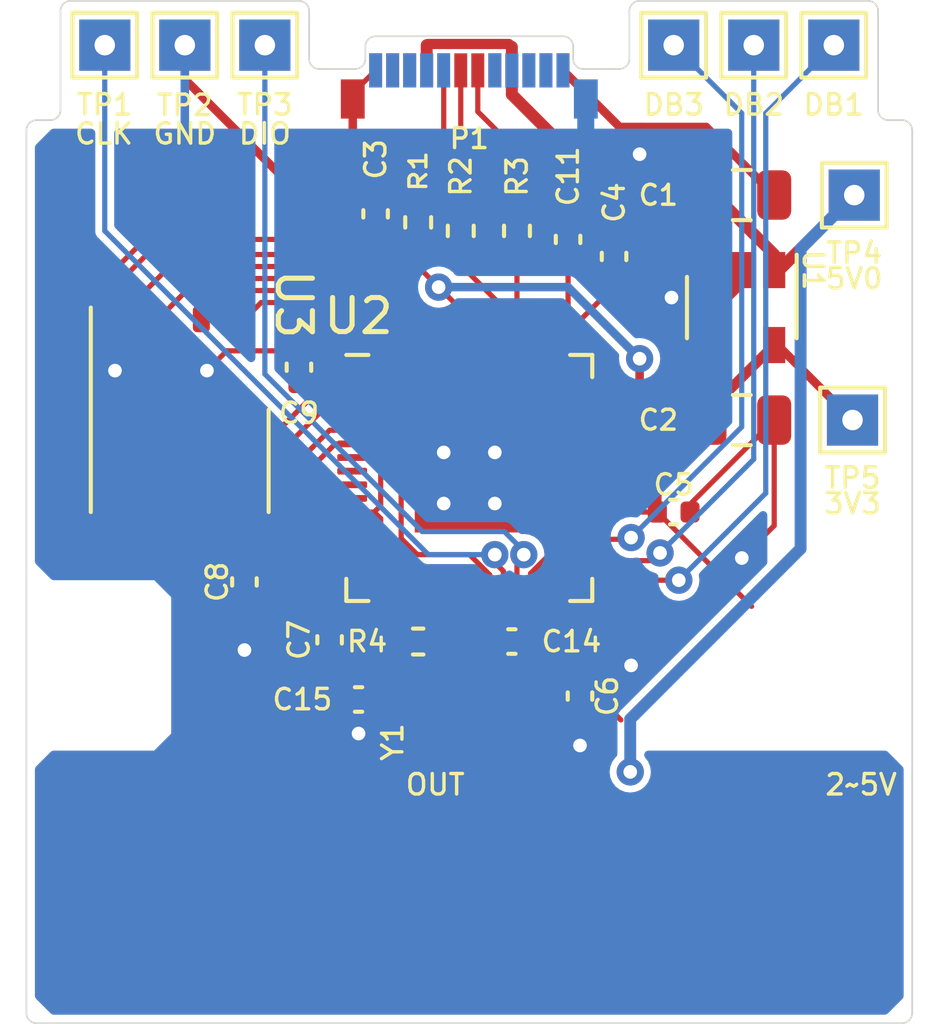
<source format=kicad_pcb>
(kicad_pcb (version 20221018) (generator pcbnew)
  (title_block (title "Expansion Card Template") (date "2022-12-28") (rev "1.0.0") (comment 1 "This work is licensed under a Creative Commons Attribution 4.0 International License") (comment 4 "Kris Keillor"))
  (layers (0 "F.Cu" signal) (31 "B.Cu" signal) (34 "B.Paste" user) (35 "F.Paste" user) (36 "B.SilkS" user "B.Silkscreen") (37 "F.SilkS" user "F.Silkscreen") (38 "B.Mask" user) (39 "F.Mask" user) (44 "Edge.Cuts" user))
  (net 0 "")
  (net 1 "GND")
  (net 2 "+3V3")
  (net 3 "VBUS")
  (net 4 "Net-(P1-CC)")
  (net 5 "+1V1")
  (net 6 "/YI")
  (net 7 "/YO")
  (net 8 "/LED1")
  (net 9 "/DEBUG1")
  (net 10 "/DEBUG2")
  (net 11 "/DEBUG3")
  (net 13 "/XI")
  (net 24 "unconnected-(U2-GPIO12-Pad15)")
  (net 28 "unconnected-(U2-GPIO16-Pad27)")
  (net 29 "unconnected-(U2-GPIO17-Pad28)")
  (net 36 "/MEM_D3")
  (net 37 "/MEM_CLK")
  (net 38 "/MEM_D0")
  (net 39 "/MEM_D2")
  (net 40 "/MEM_D1")
  (net 41 "/MEM_CS_N")
  (net 42 "/SWCLK_OUT")
  (net 43 "/SWDIO_OUT")
  (net 44 "/SWCLK_IN")
  (net 45 "/SWDIO_IN")
  (net 46 "/USB_P")
  (net 47 "/USB_N")
  (net 48 "/USB_D_N")
  (net 49 "/USB_D_P")
  (footprint "Package_TO_SOT_SMD:SOT-23-5" (layer "F.Cu") (at 148 136 -90)
    (fp_text reference "U1" (at -1.1 -2.1 -90 unlocked) (layer "F.SilkS") (effects (font (size 0.5842 0.5842) (thickness 0.1016))))
    (fp_text value "AP2112K-3.3" hide)
    (pad "1" smd rect (at -1.1 -0.95 270) (size 1.06 0.65) (layers "F.Cu" "F.Paste" "F.Mask") (net 3 "VBUS"))
    (pad "2" smd rect (at -1.1 0 270) (size 1.06 0.65) (layers "F.Cu" "F.Paste" "F.Mask") (net 1 "GND"))
    (pad "3" smd rect (at -1.1 0.95 270) (size 1.06 0.65) (layers "F.Cu" "F.Paste" "F.Mask") (net 3 "VBUS"))
    (pad "4" smd rect (at 1.1 0.95 270) (size 1.06 0.65) (layers "F.Cu" "F.Paste" "F.Mask"))
    (pad "5" smd rect (at 1.1 -0.95 270) (size 1.06 0.65) (layers "F.Cu" "F.Paste" "F.Mask") (net 2 "+3V3"))
  )
  (footprint "Capacitor_SMD:C_0805_2012Metric" (layer "F.Cu") (at 148 132.698)
    (fp_text reference "C1" (at -2.45 0.004) (layer "F.SilkS") (effects (font (size 0.5842 0.5842) (thickness 0.1016))))
    (fp_text value "10uF" hide)
    (pad "1" smd roundrect (at -0.95 0) (size 1 1.45) (layers "F.Cu" "F.Paste" "F.Mask") (net 3 "VBUS"))
    (pad "2" smd roundrect (at 0.95 0) (size 1 1.45) (layers "F.Cu" "F.Paste" "F.Mask") (net 1 "GND"))
  )
  (footprint "Resistor_SMD:R_0402_1005Metric" (layer "F.Cu") (at 138.5 133.5 -90)
    (fp_text reference "R1" (at -1.5 0 -90) (layer "F.SilkS") (effects (font (size 0.5 0.6) (thickness 0.1))))
    (fp_text value "5.1k" hide)
    (pad "1" smd roundrect (at -0.51 0 270) (size 0.54 0.64) (layers "F.Cu" "F.Paste" "F.Mask") (net 4 "Net-(P1-CC)"))
    (pad "2" smd roundrect (at 0.51 0 270) (size 0.54 0.64) (layers "F.Cu" "F.Paste" "F.Mask") (net 1 "GND"))
  )
  (footprint "Expansion_Card:USB_C_Plug_Molex_105444" (layer "F.Cu") (at 140 129)
    (fp_text reference "P1" (at 0 2.04) (layer "F.SilkS") (effects (font (size 0.5842 0.5842) (thickness 0.1016))))
    (fp_text value "USB_C_Plug_USB2.0" hide)
    (fp_line (start -3.35 0) (end -4.3 0) (stroke (width 0.05)) (layer "Edge.Cuts"))
    (fp_line (start -3.05 -0.66) (end -3.05 -0.3) (stroke (width 0.05)) (layer "Edge.Cuts"))
    (fp_line (start -2.75 -0.96) (end 2.75 -0.96) (stroke (width 0.05)) (layer "Edge.Cuts"))
    (fp_line (start 3.05 -0.66) (end 3.05 -0.3) (stroke (width 0.05)) (layer "Edge.Cuts"))
    (fp_line (start 3.35 0) (end 4.3 0) (stroke (width 0.05)) (layer "Edge.Cuts"))
    (fp_arc (start -3.05 -0.66) (mid -2.962132 -0.872132) (end -2.75 -0.96) (stroke (width 0.05)) (layer "Edge.Cuts"))
    (fp_arc (start -3.05 -0.3) (mid -3.137868 -0.087868) (end -3.35 0) (stroke (width 0.05)) (layer "Edge.Cuts"))
    (fp_arc (start 2.75 -0.96) (mid 2.962132 -0.872132) (end 3.05 -0.66) (stroke (width 0.05)) (layer "Edge.Cuts"))
    (fp_arc (start 3.35 0) (mid 3.137868 -0.087868) (end 3.05 -0.3) (stroke (width 0.05)) (layer "Edge.Cuts"))
    (pad "A1" smd rect (at -2.75 0.04) (size 0.38 1) (layers "F.Cu" "F.Paste" "F.Mask") (net 1 "GND"))
    (pad "A2" smd rect (at -2.25 0.04) (size 0.38 1) (layers "F.Cu" "F.Paste" "F.Mask"))
    (pad "A3" smd rect (at -1.75 0.04) (size 0.38 1) (layers "F.Cu" "F.Paste" "F.Mask"))
    (pad "A4" smd rect (at -1.25 0.04) (size 0.38 1) (layers "F.Cu" "F.Paste" "F.Mask") (net 3 "VBUS"))
    (pad "A5" smd rect (at -0.75 0.04) (size 0.38 1) (layers "F.Cu" "F.Paste" "F.Mask") (net 4 "Net-(P1-CC)"))
    (pad "A6" smd rect (at -0.25 0.04) (size 0.38 1) (layers "F.Cu" "F.Paste" "F.Mask") (net 46 "/USB_P"))
    (pad "A7" smd rect (at 0.25 0.04) (size 0.38 1) (layers "F.Cu" "F.Paste" "F.Mask") (net 47 "/USB_N"))
    (pad "A8" smd rect (at 0.75 0.04) (size 0.38 1) (layers "F.Cu" "F.Paste" "F.Mask"))
    (pad "A9" smd rect (at 1.25 0.04) (size 0.38 1) (layers "F.Cu" "F.Paste" "F.Mask") (net 3 "VBUS"))
    (pad "A10" smd rect (at 1.75 0.04) (size 0.38 1) (layers "F.Cu" "F.Paste" "F.Mask"))
    (pad "A11" smd rect (at 2.25 0.04) (size 0.38 1) (layers "F.Cu" "F.Paste" "F.Mask"))
    (pad "A12" smd rect (at 2.75 0.04) (size 0.38 1) (layers "F.Cu" "F.Paste" "F.Mask") (net 1 "GND"))
    (pad "B1" smd rect (at 2.75 0.04) (size 0.38 1) (layers "B.Cu" "B.Paste" "B.Mask") (net 1 "GND"))
    (pad "B2" smd rect (at 2.25 0.04) (size 0.38 1) (layers "B.Cu" "B.Paste" "B.Mask"))
    (pad "B3" smd rect (at 1.75 0.04) (size 0.38 1) (layers "B.Cu" "B.Paste" "B.Mask"))
    (pad "B4" smd rect (at 1.25 0.04) (size 0.38 1) (layers "B.Cu" "B.Paste" "B.Mask") (net 3 "VBUS"))
    (pad "B5" smd rect (at 0.75 0.04) (size 0.38 1) (layers "B.Cu" "B.Paste" "B.Mask"))
    (pad "B8" smd rect (at -0.75 0.04) (size 0.38 1) (layers "B.Cu" "B.Paste" "B.Mask"))
    (pad "B9" smd rect (at -1.25 0.04) (size 0.38 1) (layers "B.Cu" "B.Paste" "B.Mask") (net 3 "VBUS"))
    (pad "B10" smd rect (at -1.75 0.04) (size 0.38 1) (layers "B.Cu" "B.Paste" "B.Mask"))
    (pad "B11" smd rect (at -2.25 0.04) (size 0.38 1) (layers "B.Cu" "B.Paste" "B.Mask"))
    (pad "B12" smd rect (at -2.75 0.04) (size 0.38 1) (layers "B.Cu" "B.Paste" "B.Mask") (net 1 "GND"))
    (pad "S1" smd rect (at -3.42 0.88) (size 0.7 1.15) (layers "F.Cu" "F.Paste" "F.Mask") (net 1 "GND"))
    (pad "S1" smd rect (at 3.42 0.88) (size 0.7 1.15) (layers "B.Cu" "B.Paste" "B.Mask") (net 1 "GND"))
  )
  (footprint "Capacitor_SMD:C_0805_2012Metric" (layer "F.Cu") (at 148 139.302)
    (fp_text reference "C2" (at -2.45 0) (layer "F.SilkS") (effects (font (size 0.5842 0.5842) (thickness 0.1016))))
    (fp_text value "10uF" hide)
    (pad "1" smd roundrect (at -0.95 0) (size 1 1.45) (layers "F.Cu" "F.Paste" "F.Mask") (net 2 "+3V3"))
    (pad "2" smd roundrect (at 0.95 0) (size 1 1.45) (layers "F.Cu" "F.Paste" "F.Mask") (net 1 "GND"))
  )
  (footprint "MountingHole:MountingHole_2.2mm_M2" (layer "F.Cu") (at 128.7 146.5)
    (fp_text reference "H1" hide)
    (fp_text value "MountingHole" hide)
    (pad "" np_thru_hole circle (at 0 0) (size 2.2 2.2) (drill 2.2) (layers "*.Cu" "*.Mask"))
  )
  (footprint "MountingHole:MountingHole_2.2mm_M2" (layer "F.Cu") (at 151.3 146.5)
    (fp_text reference "H2" hide)
    (fp_text value "MountingHole" hide)
    (pad "" np_thru_hole circle (at 0 0) (size 2.2 2.2) (drill 2.2) (layers "*.Cu" "*.Mask"))
  )
  (footprint "KKicadLib:TestPoint_Pad_1.5x1.5mm_THT" (layer "F.Cu") (at 129.3 128.3)
    (fp_text reference "TP1" (at 0 1.75) (layer "F.SilkS") (effects (font (size 0.6 0.6) (thickness 0.1))))
    (fp_text value "TestPoint" hide)
    (pad "1" thru_hole rect (at 0 0) (size 1.5 1.5) (drill 0.6) (layers "*.Cu" "*.Mask") (net 44 "/SWCLK_IN"))
  )
  (footprint "KKicadLib:TestPoint_Pad_1.5x1.5mm_THT" (layer "F.Cu") (at 131.65 128.3 180)
    (fp_text reference "TP2" (at 0.0025 -1.763) (layer "F.SilkS") (effects (font (size 0.6 0.6) (thickness 0.1))))
    (fp_text value "TestPoint" hide)
    (pad "1" thru_hole rect (at 0 0 180) (size 1.5 1.5) (drill 0.6) (layers "*.Cu" "*.Mask") (net 1 "GND"))
  )
  (footprint "KKicadLib:TestPoint_Pad_1.5x1.5mm_THT" (layer "F.Cu") (at 134 128.3)
    (fp_text reference "TP3" (at 0 1.75) (layer "F.SilkS") (effects (font (size 0.6 0.6) (thickness 0.1))))
    (fp_text value "TestPoint" hide)
    (pad "1" thru_hole rect (at 0 0) (size 1.5 1.5) (drill 0.6) (layers "*.Cu" "*.Mask") (net 45 "/SWDIO_IN"))
  )
  (footprint "Capacitor_SMD:C_0402_1005Metric" (layer "F.Cu") (at 141.25 145.8)
    (fp_text reference "C14" (at 1.75 0) (layer "F.SilkS") (effects (font (size 0.6 0.6) (thickness 0.1))))
    (fp_text value "8pF" hide)
    (pad "1" smd roundrect (at -0.48 0) (size 0.56 0.62) (layers "F.Cu" "F.Paste" "F.Mask") (net 6 "/YI"))
    (pad "2" smd roundrect (at 0.48 0) (size 0.56 0.62) (layers "F.Cu" "F.Paste" "F.Mask") (net 1 "GND"))
  )
  (footprint "KKicadLib:TestPoint_Pad_1.5x1.5mm_THT" (layer "F.Cu") (at 146 128.3)
    (fp_text reference "DB3" (at 0 1.75) (layer "F.SilkS") (effects (font (size 0.6 0.6) (thickness 0.1))))
    (fp_text value "TestPoint" hide)
    (pad "1" thru_hole rect (at 0 0) (size 1.5 1.5) (drill 0.6) (layers "*.Cu" "*.Mask") (net 11 "/DEBUG3"))
  )
  (footprint "Capacitor_SMD:C_0402_1005Metric" (layer "F.Cu") (at 135 137.75 90)
    (fp_text reference "C9" (at -1.35 0 180) (layer "F.SilkS") (effects (font (size 0.6 0.6) (thickness 0.1))))
    (fp_text value "10nF" hide)
    (pad "1" smd roundrect (at -0.48 0 90) (size 0.56 0.62) (layers "F.Cu" "F.Paste" "F.Mask") (net 2 "+3V3"))
    (pad "2" smd roundrect (at 0.48 0 90) (size 0.56 0.62) (layers "F.Cu" "F.Paste" "F.Mask") (net 1 "GND"))
  )
  (footprint "Resistor_SMD:R_0402_1005Metric" (layer "F.Cu") (at 138.5 145.8 180)
    (fp_text reference "R4" (at 1.5 0) (layer "F.SilkS") (effects (font (size 0.6 0.6) (thickness 0.1))))
    (fp_text value "1.2k" hide)
    (pad "1" smd roundrect (at -0.51 0 180) (size 0.54 0.64) (layers "F.Cu" "F.Paste" "F.Mask") (net 13 "/XI"))
    (pad "2" smd roundrect (at 0.51 0 180) (size 0.54 0.64) (layers "F.Cu" "F.Paste" "F.Mask") (net 7 "/YO"))
  )
  (footprint "Package_DFN_QFN:QFN-56-1EP_7x7mm_P0.4mm_EP3.2x3.2mm" (layer "F.Cu") (at 140 141)
    (fp_text reference "U2" (at -3.25 -4.75) (layer "F.SilkS"))
    (fp_text value "RP2040" hide)
    (pad "1" smd roundrect (at -3.4375 -2.6) (size 0.875 0.2) (layers "F.Cu" "F.Paste" "F.Mask") (net 2 "+3V3"))
    (pad "2" smd roundrect (at -3.4375 -2.2) (size 0.875 0.2) (layers "F.Cu" "F.Paste" "F.Mask") (net 8 "/LED1"))
    (pad "3" smd roundrect (at -3.4375 -1.8) (size 0.875 0.2) (layers "F.Cu" "F.Paste" "F.Mask"))
    (pad "4" smd roundrect (at -3.4375 -1.4) (size 0.875 0.2) (layers "F.Cu" "F.Paste" "F.Mask") (net 42 "/SWCLK_OUT"))
    (pad "5" smd roundrect (at -3.4375 -1) (size 0.875 0.2) (layers "F.Cu" "F.Paste" "F.Mask") (net 43 "/SWDIO_OUT"))
    (pad "6" smd roundrect (at -3.4375 -0.6) (size 0.875 0.2) (layers "F.Cu" "F.Paste" "F.Mask"))
    (pad "7" smd roundrect (at -3.4375 -0.2) (size 0.875 0.2) (layers "F.Cu" "F.Paste" "F.Mask"))
    (pad "8" smd roundrect (at -3.4375 0.2) (size 0.875 0.2) (layers "F.Cu" "F.Paste" "F.Mask"))
    (pad "9" smd roundrect (at -3.4375 0.6) (size 0.875 0.2) (layers "F.Cu" "F.Paste" "F.Mask"))
    (pad "10" smd roundrect (at -3.4375 1) (size 0.875 0.2) (layers "F.Cu" "F.Paste" "F.Mask") (net 2 "+3V3"))
    (pad "11" smd roundrect (at -3.4375 1.4) (size 0.875 0.2) (layers "F.Cu" "F.Paste" "F.Mask"))
    (pad "12" smd roundrect (at -3.4375 1.8) (size 0.875 0.2) (layers "F.Cu" "F.Paste" "F.Mask"))
    (pad "13" smd roundrect (at -3.4375 2.2) (size 0.875 0.2) (layers "F.Cu" "F.Paste" "F.Mask"))
    (pad "14" smd roundrect (at -3.4375 2.6) (size 0.875 0.2) (layers "F.Cu" "F.Paste" "F.Mask"))
    (pad "15" smd roundrect (at -2.6 3.4375) (size 0.2 0.875) (layers "F.Cu" "F.Paste" "F.Mask") (net 24 "unconnected-(U2-GPIO12-Pad15)"))
    (pad "16" smd roundrect (at -2.2 3.4375) (size 0.2 0.875) (layers "F.Cu" "F.Paste" "F.Mask"))
    (pad "17" smd roundrect (at -1.8 3.4375) (size 0.2 0.875) (layers "F.Cu" "F.Paste" "F.Mask"))
    (pad "18" smd roundrect (at -1.4 3.4375) (size 0.2 0.875) (layers "F.Cu" "F.Paste" "F.Mask"))
    (pad "19" smd roundrect (at -1 3.4375) (size 0.2 0.875) (layers "F.Cu" "F.Paste" "F.Mask") (net 1 "GND"))
    (pad "20" smd roundrect (at -0.6 3.4375) (size 0.2 0.875) (layers "F.Cu" "F.Paste" "F.Mask") (net 13 "/XI"))
    (pad "21" smd roundrect (at -0.2 3.4375) (size 0.2 0.875) (layers "F.Cu" "F.Paste" "F.Mask") (net 6 "/YI"))
    (pad "22" smd roundrect (at 0.2 3.4375) (size 0.2 0.875) (layers "F.Cu" "F.Paste" "F.Mask") (net 2 "+3V3"))
    (pad "23" smd roundrect (at 0.6 3.4375) (size 0.2 0.875) (layers "F.Cu" "F.Paste" "F.Mask") (net 5 "+1V1"))
    (pad "24" smd roundrect (at 1 3.4375) (size 0.2 0.875) (layers "F.Cu" "F.Paste" "F.Mask") (net 44 "/SWCLK_IN"))
    (pad "25" smd roundrect (at 1.4 3.4375) (size 0.2 0.875) (layers "F.Cu" "F.Paste" "F.Mask") (net 45 "/SWDIO_IN"))
    (pad "26" smd roundrect (at 1.8 3.4375) (size 0.2 0.875) (layers "F.Cu" "F.Paste" "F.Mask") (net 2 "+3V3"))
    (pad "27" smd roundrect (at 2.2 3.4375) (size 0.2 0.875) (layers "F.Cu" "F.Paste" "F.Mask") (net 28 "unconnected-(U2-GPIO16-Pad27)"))
    (pad "28" smd roundrect (at 2.6 3.4375) (size 0.2 0.875) (layers "F.Cu" "F.Paste" "F.Mask") (net 29 "unconnected-(U2-GPIO17-Pad28)"))
    (pad "29" smd roundrect (at 3.4375 2.6) (size 0.875 0.2) (layers "F.Cu" "F.Paste" "F.Mask") (net 9 "/DEBUG1"))
    (pad "30" smd roundrect (at 3.4375 2.2) (size 0.875 0.2) (layers "F.Cu" "F.Paste" "F.Mask") (net 10 "/DEBUG2"))
    (pad "31" smd roundrect (at 3.4375 1.8) (size 0.875 0.2) (layers "F.Cu" "F.Paste" "F.Mask") (net 11 "/DEBUG3"))
    (pad "32" smd roundrect (at 3.4375 1.4) (size 0.875 0.2) (layers "F.Cu" "F.Paste" "F.Mask"))
    (pad "33" smd roundrect (at 3.4375 1) (size 0.875 0.2) (layers "F.Cu" "F.Paste" "F.Mask") (net 2 "+3V3"))
    (pad "34" smd roundrect (at 3.4375 0.6) (size 0.875 0.2) (layers "F.Cu" "F.Paste" "F.Mask"))
    (pad "35" smd roundrect (at 3.4375 0.2) (size 0.875 0.2) (layers "F.Cu" "F.Paste" "F.Mask"))
    (pad "36" smd roundrect (at 3.4375 -0.2) (size 0.875 0.2) (layers "F.Cu" "F.Paste" "F.Mask"))
    (pad "37" smd roundrect (at 3.4375 -0.6) (size 0.875 0.2) (layers "F.Cu" "F.Paste" "F.Mask"))
    (pad "38" smd roundrect (at 3.4375 -1) (size 0.875 0.2) (layers "F.Cu" "F.Paste" "F.Mask"))
    (pad "39" smd roundrect (at 3.4375 -1.4) (size 0.875 0.2) (layers "F.Cu" "F.Paste" "F.Mask"))
    (pad "40" smd roundrect (at 3.4375 -1.8) (size 0.875 0.2) (layers "F.Cu" "F.Paste" "F.Mask"))
    (pad "41" smd roundrect (at 3.4375 -2.2) (size 0.875 0.2) (layers "F.Cu" "F.Paste" "F.Mask"))
    (pad "42" smd roundrect (at 3.4375 -2.6) (size 0.875 0.2) (layers "F.Cu" "F.Paste" "F.Mask") (net 2 "+3V3"))
    (pad "43" smd roundrect (at 2.6 -3.4375) (size 0.2 0.875) (layers "F.Cu" "F.Paste" "F.Mask") (net 2 "+3V3"))
    (pad "44" smd roundrect (at 2.2 -3.4375) (size 0.2 0.875) (layers "F.Cu" "F.Paste" "F.Mask") (net 2 "+3V3"))
    (pad "45" smd roundrect (at 1.8 -3.4375) (size 0.2 0.875) (layers "F.Cu" "F.Paste" "F.Mask") (net 5 "+1V1"))
    (pad "46" smd roundrect (at 1.4 -3.4375) (size 0.2 0.875) (layers "F.Cu" "F.Paste" "F.Mask") (net 48 "/USB_D_N"))
    (pad "47" smd roundrect (at 1 -3.4375) (size 0.2 0.875) (layers "F.Cu" "F.Paste" "F.Mask") (net 49 "/USB_D_P"))
    (pad "48" smd roundrect (at 0.6 -3.4375) (size 0.2 0.875) (layers "F.Cu" "F.Paste" "F.Mask") (net 2 "+3V3"))
    (pad "49" smd roundrect (at 0.2 -3.4375) (size 0.2 0.875) (layers "F.Cu" "F.Paste" "F.Mask") (net 2 "+3V3"))
    (pad "50" smd roundrect (at -0.2 -3.4375) (size 0.2 0.875) (layers "F.Cu" "F.Paste" "F.Mask") (net 5 "+1V1"))
    (pad "51" smd roundrect (at -0.6 -3.4375) (size 0.2 0.875) (layers "F.Cu" "F.Paste" "F.Mask") (net 36 "/MEM_D3"))
    (pad "52" smd roundrect (at -1 -3.4375) (size 0.2 0.875) (layers "F.Cu" "F.Paste" "F.Mask") (net 37 "/MEM_CLK"))
    (pad "53" smd roundrect (at -1.4 -3.4375) (size 0.2 0.875) (layers "F.Cu" "F.Paste" "F.Mask") (net 38 "/MEM_D0"))
    (pad "54" smd roundrect (at -1.8 -3.4375) (size 0.2 0.875) (layers "F.Cu" "F.Paste" "F.Mask") (net 39 "/MEM_D2"))
    (pad "55" smd roundrect (at -2.2 -3.4375) (size 0.2 0.875) (layers "F.Cu" "F.Paste" "F.Mask") (net 40 "/MEM_D1"))
    (pad "56" smd roundrect (at -2.6 -3.4375) (size 0.2 0.875) (layers "F.Cu" "F.Paste" "F.Mask") (net 41 "/MEM_CS_N"))
    (pad "57" smd rect (at 0 0) (size 3.2 3.2) (layers "F.Cu" "F.Mask") (net 1 "GND"))
  )
  (footprint "KKicadLib:TestPoint_Pad_1.5x1.5mm_THT" (layer "F.Cu") (at 151.3 132.7)
    (fp_text reference "TP4" (at 0 1.7) (layer "F.SilkS") (effects (font (size 0.6 0.6) (thickness 0.1))))
    (fp_text value "TestPoint" hide)
    (pad "1" thru_hole rect (at 0 0) (size 1.5 1.5) (drill 0.6) (layers "*.Cu" "*.Mask") (net 3 "VBUS"))
  )
  (footprint "KKicadLib:4-SMD_3.2mm-x-2.5mm" (layer "F.Cu") (at 140 148)
    (fp_text reference "Y1" (at -2.25 0.75 90 unlocked) (layer "F.SilkS") (effects (font (size 0.6 0.6) (thickness 0.1))))
    (fp_text value "RH100-12.000-9-1015-TR-NS1" hide)
    (pad "1" smd roundrect (at -1.1 0.8) (size 1.4 1.1) (layers "F.Cu" "F.Paste" "F.Mask") (net 7 "/YO"))
    (pad "2" smd roundrect (at 1.1 0.8) (size 1.4 1.1) (layers "F.Cu" "F.Paste" "F.Mask"))
    (pad "3" smd roundrect (at 1.1 -0.8) (size 1.4 1.1) (layers "F.Cu" "F.Paste" "F.Mask") (net 6 "/YI"))
    (pad "4" smd roundrect (at -1.1 -0.8) (size 1.4 1.1) (layers "F.Cu" "F.Paste" "F.Mask"))
  )
  (footprint "KKicadLib:TestPoint_Pad_1.5x1.5mm_THT" (layer "F.Cu") (at 150.7 128.3)
    (fp_text reference "DB1" (at 0 1.75) (layer "F.SilkS") (effects (font (size 0.6 0.6) (thickness 0.1))))
    (fp_text value "TestPoint" hide)
    (pad "1" thru_hole rect (at 0 0) (size 1.5 1.5) (drill 0.6) (layers "*.Cu" "*.Mask") (net 9 "/DEBUG1"))
  )
  (footprint "Resistor_SMD:R_0402_1005Metric" (layer "F.Cu") (at 141.4 133.75 90)
    (fp_text reference "R3" (at 1.6 0 90) (layer "F.SilkS") (effects (font (size 0.6 0.6) (thickness 0.1))))
    (fp_text value "1.2k" hide)
    (pad "1" smd roundrect (at -0.51 0 90) (size 0.54 0.64) (layers "F.Cu" "F.Paste" "F.Mask") (net 48 "/USB_D_N"))
    (pad "2" smd roundrect (at 0.51 0 90) (size 0.54 0.64) (layers "F.Cu" "F.Paste" "F.Mask") (net 47 "/USB_N"))
  )
  (footprint "Capacitor_SMD:C_0402_1005Metric" (layer "F.Cu") (at 146 142)
    (fp_text reference "C5" (at 0 -0.8) (layer "F.SilkS") (effects (font (size 0.6 0.6) (thickness 0.1))))
    (fp_text value "10nF" hide)
    (pad "1" smd roundrect (at -0.48 0) (size 0.56 0.62) (layers "F.Cu" "F.Paste" "F.Mask") (net 2 "+3V3"))
    (pad "2" smd roundrect (at 0.48 0) (size 0.56 0.62) (layers "F.Cu" "F.Paste" "F.Mask") (net 1 "GND"))
  )
  (footprint "Capacitor_SMD:C_0402_1005Metric" (layer "F.Cu") (at 136.75 147.5 180)
    (fp_text reference "C15" (at 1.65 0) (layer "F.SilkS") (effects (font (size 0.6 0.6) (thickness 0.1))))
    (fp_text value "8pF" hide)
    (pad "1" smd roundrect (at -0.48 0 180) (size 0.56 0.62) (layers "F.Cu" "F.Paste" "F.Mask") (net 7 "/YO"))
    (pad "2" smd roundrect (at 0.48 0 180) (size 0.56 0.62) (layers "F.Cu" "F.Paste" "F.Mask") (net 1 "GND"))
  )
  (footprint "Package_SON:WSON-8-1EP_6x5mm_P1.27mm_EP3.4x4mm" (layer "F.Cu") (at 131.5 139 -90)
    (fp_text reference "U3" (at -3.1 -3.35 -90 unlocked) (layer "F.SilkS"))
    (fp_text value "W25Q128JVS" hide)
    (pad "1" smd roundrect (at -2.6625 -1.905 270) (size 0.775 0.5) (layers "F.Cu" "F.Paste" "F.Mask") (net 41 "/MEM_CS_N"))
    (pad "2" smd roundrect (at -2.6625 -0.635 270) (size 0.775 0.5) (layers "F.Cu" "F.Paste" "F.Mask") (net 40 "/MEM_D1"))
    (pad "3" smd roundrect (at -2.6625 0.635 270) (size 0.775 0.5) (layers "F.Cu" "F.Paste" "F.Mask") (net 39 "/MEM_D2"))
    (pad "4" smd roundrect (at -2.6625 1.905 270) (size 0.775 0.5) (layers "F.Cu" "F.Paste" "F.Mask") (net 1 "GND"))
    (pad "5" smd roundrect (at 2.6625 1.905 270) (size 0.775 0.5) (layers "F.Cu" "F.Paste" "F.Mask") (net 38 "/MEM_D0"))
    (pad "6" smd roundrect (at 2.6625 0.635 270) (size 0.775 0.5) (layers "F.Cu" "F.Paste" "F.Mask") (net 37 "/MEM_CLK"))
    (pad "7" smd roundrect (at 2.6625 -0.635 270) (size 0.775 0.5) (layers "F.Cu" "F.Paste" "F.Mask") (net 36 "/MEM_D3"))
    (pad "8" smd roundrect (at 2.6625 -1.905 270) (size 0.775 0.5) (layers "F.Cu" "F.Paste" "F.Mask") (net 2 "+3V3"))
  )
  (footprint "KKicadLib:TestPoint_Pad_1.5x1.5mm_THT" (layer "F.Cu") (at 148.35 128.3)
    (fp_text reference "DB2" (at 0 1.75) (layer "F.SilkS") (effects (font (size 0.6 0.6) (thickness 0.1))))
    (fp_text value "TestPoint" hide)
    (pad "1" thru_hole rect (at 0 0) (size 1.5 1.5) (drill 0.6) (layers "*.Cu" "*.Mask") (net 10 "/DEBUG2"))
  )
  (footprint "Capacitor_SMD:C_0402_1005Metric" (layer "F.Cu") (at 137.25 133.25 90)
    (fp_text reference "C3" (at 1.6 0 90) (layer "F.SilkS") (effects (font (size 0.6 0.6) (thickness 0.1))))
    (fp_text value "10nF" hide)
    (pad "1" smd roundrect (at -0.48 0 90) (size 0.56 0.62) (layers "F.Cu" "F.Paste" "F.Mask") (net 2 "+3V3"))
    (pad "2" smd roundrect (at 0.48 0 90) (size 0.56 0.62) (layers "F.Cu" "F.Paste" "F.Mask") (net 1 "GND"))
  )
  (footprint "Capacitor_SMD:C_0402_1005Metric" (layer "F.Cu") (at 133.4 144.05 -90)
    (fp_text reference "C8" (at 0 0.8 -90) (layer "F.SilkS") (effects (font (size 0.6 0.6) (thickness 0.1))))
    (fp_text value "10nF" hide)
    (pad "1" smd roundrect (at -0.48 0 270) (size 0.56 0.62) (layers "F.Cu" "F.Paste" "F.Mask") (net 2 "+3V3"))
    (pad "2" smd roundrect (at 0.48 0 270) (size 0.56 0.62) (layers "F.Cu" "F.Paste" "F.Mask") (net 1 "GND"))
  )
  (footprint "Capacitor_SMD:C_0402_1005Metric" (layer "F.Cu") (at 144.25 134.5 90)
    (fp_text reference "C4" (at 1.58 0 90) (layer "F.SilkS") (effects (font (size 0.6 0.6) (thickness 0.1))))
    (fp_text value "10nF" hide)
    (pad "1" smd roundrect (at -0.48 0 90) (size 0.56 0.62) (layers "F.Cu" "F.Paste" "F.Mask") (net 2 "+3V3"))
    (pad "2" smd roundrect (at 0.48 0 90) (size 0.56 0.62) (layers "F.Cu" "F.Paste" "F.Mask") (net 1 "GND"))
  )
  (footprint "KKicadLib:TestPoint_Pad_1.5x1.5mm_THT" (layer "F.Cu") (at 151.25 139.3)
    (fp_text reference "TP5" (at 0 1.7) (layer "F.SilkS") (effects (font (size 0.6 0.6) (thickness 0.1))))
    (fp_text value "TestPoint" hide)
    (pad "1" thru_hole rect (at 0 0) (size 1.5 1.5) (drill 0.6) (layers "*.Cu" "*.Mask") (net 2 "+3V3"))
  )
  (footprint "Resistor_SMD:R_0402_1005Metric" (layer "F.Cu") (at 139.75 133.75 90)
    (fp_text reference "R2" (at 1.6 0 90) (layer "F.SilkS") (effects (font (size 0.6 0.6) (thickness 0.1))))
    (fp_text value "1.2k" hide)
    (pad "1" smd roundrect (at -0.51 0 90) (size 0.54 0.64) (layers "F.Cu" "F.Paste" "F.Mask") (net 49 "/USB_D_P"))
    (pad "2" smd roundrect (at 0.51 0 90) (size 0.54 0.64) (layers "F.Cu" "F.Paste" "F.Mask") (net 46 "/USB_P"))
  )
  (footprint "Capacitor_SMD:C_0402_1005Metric" (layer "F.Cu") (at 142.9 134 90)
    (fp_text reference "C11" (at 1.85 0 90) (layer "F.SilkS") (effects (font (size 0.6 0.6) (thickness 0.1))))
    (fp_text value "10nF" hide)
    (pad "1" smd roundrect (at -0.48 0 90) (size 0.56 0.62) (layers "F.Cu" "F.Paste" "F.Mask") (net 5 "+1V1"))
    (pad "2" smd roundrect (at 0.48 0 90) (size 0.56 0.62) (layers "F.Cu" "F.Paste" "F.Mask") (net 1 "GND"))
  )
  (footprint "Capacitor_SMD:C_0402_1005Metric" (layer "F.Cu") (at 143.25 147.4 -90)
    (fp_text reference "C6" (at 0 -0.8 90) (layer "F.SilkS") (effects (font (size 0.6 0.6) (thickness 0.1))))
    (fp_text value "10nF" hide)
    (pad "1" smd roundrect (at -0.48 0 270) (size 0.56 0.62) (layers "F.Cu" "F.Paste" "F.Mask") (net 2 "+3V3"))
    (pad "2" smd roundrect (at 0.48 0 270) (size 0.56 0.62) (layers "F.Cu" "F.Paste" "F.Mask") (net 1 "GND"))
  )
  (footprint "Capacitor_SMD:C_0402_1005Metric" (layer "F.Cu") (at 135.9 145.75 90)
    (fp_text reference "C7" (at 0 -0.9 90) (layer "F.SilkS") (effects (font (size 0.6 0.6) (thickness 0.1))))
    (fp_text value "10nF" hide)
    (pad "1" smd roundrect (at -0.48 0 90) (size 0.56 0.62) (layers "F.Cu" "F.Paste" "F.Mask") (net 1 "GND"))
    (pad "2" smd roundrect (at 0.48 0 90) (size 0.56 0.62) (layers "F.Cu" "F.Paste" "F.Mask") (net 2 "+3V3"))
  )
  (gr_line (start 153 130.8) (end 153 156.7) (stroke (width 0.05)) (layer "Edge.Cuts"))
  (gr_line (start 127.3 157) (end 152.7 157) (stroke (width 0.05)) (layer "Edge.Cuts"))
  (gr_arc (start 144.7 128.7) (mid 144.612132 128.912132) (end 144.4 129) (stroke (width 0.05)) (layer "Edge.Cuts"))
  (gr_arc (start 135 127) (mid 135.212132 127.087868) (end 135.3 127.3) (stroke (width 0.05)) (layer "Edge.Cuts"))
  (gr_line (start 144.7 128.7) (end 144.7 127.3) (stroke (width 0.05)) (layer "Edge.Cuts"))
  (gr_arc (start 144.7 127.3) (mid 144.787868 127.087868) (end 145 127) (stroke (width 0.05)) (layer "Edge.Cuts"))
  (gr_line (start 135 127) (end 128.3 127) (stroke (width 0.05)) (layer "Edge.Cuts"))
  (gr_line (start 145 127) (end 151.7 127) (stroke (width 0.05)) (layer "Edge.Cuts"))
  (gr_arc (start 127.3 157) (mid 127.087868 156.912132) (end 127 156.7) (stroke (width 0.05)) (layer "Edge.Cuts"))
  (gr_line (start 144.3 129) (end 144.4 129) (stroke (width 0.05)) (layer "Edge.Cuts"))
  (gr_arc (start 128 127.3) (mid 128.087868 127.087868) (end 128.3 127) (stroke (width 0.05)) (layer "Edge.Cuts"))
  (gr_line (start 128 130.2) (end 128 127.3) (stroke (width 0.05)) (layer "Edge.Cuts"))
  (gr_arc (start 128 130.2) (mid 127.912132 130.412132) (end 127.7 130.5) (stroke (width 0.05)) (layer "Edge.Cuts"))
  (gr_arc (start 127 130.8) (mid 127.087868 130.587868) (end 127.3 130.5) (stroke (width 0.05)) (layer "Edge.Cuts"))
  (gr_line (start 127.3 130.5) (end 127.7 130.5) (stroke (width 0.05)) (layer "Edge.Cuts"))
  (gr_line (start 152 130.2) (end 152 127.3) (stroke (width 0.05)) (layer "Edge.Cuts"))
  (gr_arc (start 152.7 130.5) (mid 152.912132 130.587868) (end 153 130.8) (stroke (width 0.05)) (layer "Edge.Cuts"))
  (gr_arc (start 152.3 130.5) (mid 152.087868 130.412132) (end 152 130.2) (stroke (width 0.05)) (layer "Edge.Cuts"))
  (gr_line (start 152.3 130.5) (end 152.7 130.5) (stroke (width 0.05)) (layer "Edge.Cuts"))
  (gr_line (start 127 130.8) (end 127 156.7) (stroke (width 0.05)) (layer "Edge.Cuts"))
  (gr_arc (start 153 156.7) (mid 152.912132 156.912132) (end 152.7 157) (stroke (width 0.05)) (layer "Edge.Cuts"))
  (gr_line (start 135.3 128.7) (end 135.3 127.3) (stroke (width 0.05)) (layer "Edge.Cuts"))
  (gr_line (start 135.6 129) (end 135.7 129) (stroke (width 0.05)) (layer "Edge.Cuts"))
  (gr_arc (start 151.7 127) (mid 151.912132 127.087868) (end 152 127.3) (stroke (width 0.05)) (layer "Edge.Cuts"))
  (gr_arc (start 135.6 129) (mid 135.387868 128.912132) (end 135.3 128.7) (stroke (width 0.05)) (layer "Edge.Cuts"))
  (gr_text "3V3" (at 151.25 141.75) (layer "F.SilkS") (effects (font (size 0.6 0.6) (thickness 0.1))))
  (gr_text "OUT" (at 139 150) (layer "F.SilkS") (effects (font (size 0.6 0.6) (thickness 0.1))))
  (gr_text "5V0" (at 151.3 135.15) (layer "F.SilkS") (effects (font (size 0.6 0.6) (thickness 0.1))))
  (gr_text "GND" (at 131.65 130.9) (layer "F.SilkS") (effects (font (size 0.6 0.6) (thickness 0.1))))
  (gr_text "DIO" (at 134 130.9) (layer "F.SilkS") (effects (font (size 0.6 0.6) (thickness 0.1))))
  (gr_text "CLK" (at 129.275 130.9) (layer "F.SilkS") (effects (font (size 0.6 0.6) (thickness 0.1))))
  (gr_text "2~5V" (at 151.5 150) (layer "F.SilkS") (effects (font (size 0.6 0.6) (thickness 0.1))))
  (segment (start 146.48 141.772) (end 148.95 139.302) (width 0.1524) (layer "F.Cu") (net 1))
  (segment (start 136.25 148) (end 136.25 147.52) (width 0.1524) (layer "F.Cu") (net 1))
  (segment (start 148.95 142.4) (end 148.95 139.302) (width 0.1524) (layer "F.Cu") (net 1))
  (segment (start 142.5 146.57) (end 141.73 145.8) (width 0.1524) (layer "F.Cu") (net 1))
  (segment (start 136.58 129.88) (end 136.58 129.71) (width 0.1524) (layer "F.Cu") (net 1))
  (segment (start 137.26 132.77) (end 138.5 134.01) (width 0.1524) (layer "F.Cu") (net 1))
  (segment (start 139 144.908475) (end 138.704675 145.2038) (width 0.1524) (layer "F.Cu") (net 1))
  (segment (start 136.298368 147.5) (end 136.27 147.5) (width 0.1524) (layer "F.Cu") (net 1))
  (segment (start 148 143.35) (end 148.95 142.4) (width 0.1524) (layer "F.Cu") (net 1))
  (segment (start 148 135.3574) (end 148 134.9) (width 0.1524) (layer "F.Cu") (net 1))
  (segment (start 145 130.75) (end 145 131.5) (width 0.25) (layer "F.Cu") (net 1))
  (segment (start 137.25 132.77) (end 137.26 132.77) (width 0.1524) (layer "F.Cu") (net 1))
  (segment (start 143.75 133.52) (end 144.25 134.02) (width 0.1524) (layer "F.Cu") (net 1))
  (segment (start 136.58 130.88) (end 137.25 131.55) (width 0.25) (layer "F.Cu") (net 1))
  (segment (start 131.65 128.3) (end 131.65 129.3) (width 0.25) (layer "F.Cu") (net 1))
  (segment (start 144.41 130.7) (end 142.75 129.04) (width 0.25) (layer "F.Cu") (net 1))
  (segment (start 142.98 147.88) (end 142.5 147.4) (width 0.1524) (layer "F.Cu") (net 1))
  (segment (start 142.5 147.4) (end 142.5 146.57) (width 0.1524) (layer "F.Cu") (net 1))
  (segment (start 137.0524 145.836075) (end 137.0524 146.745968) (width 0.1524) (layer "F.Cu") (net 1))
  (segment (start 135.9 146.23) (end 135.2072 146.9228) (width 0.1524) (layer "F.Cu") (net 1))
  (segment (start 147.5938 135.7062) (end 148 135.3) (width 0.25) (layer "F.Cu") (net 1))
  (segment (start 148.95 132.698) (end 146.952 130.7) (width 0.25) (layer "F.Cu") (net 1))
  (segment (start 131.65 129.3) (end 135.12 132.77) (width 0.25) (layer "F.Cu") (net 1))
  (segment (start 144.25 134.02) (end 145.9362 135.7062) (width 0.1524) (layer "F.Cu") (net 1))
  (segment (start 135.2072 146.9228) (end 135.2072 148.459648) (width 0.1524) (layer "F.Cu") (net 1))
  (segment (start 145.9362 135.7062) (end 147.5938 135.7062) (width 0.25) (layer "F.Cu") (net 1))
  (segment (start 129.595 136.3375) (end 129.595 137.845) (width 0.1524) (layer "F.Cu") (net 1))
  (segment (start 146.48 142) (end 146.48 141.772) (width 0.1524) (layer "F.Cu") (net 1))
  (segment (start 132.88 137.27) (end 132.3 137.85) (width 0.1524) (layer "F.Cu") (net 1))
  (segment (start 143.25 148.85) (end 143.25 147.88) (width 0.1524) (layer "F.Cu") (net 1))
  (segment (start 146.952 130.7) (end 145.05 130.7) (width 0.25) (layer "F.Cu") (net 1))
  (segment (start 137.0524 146.745968) (end 136.298368 147.5) (width 0.1524) (layer "F.Cu") (net 1))
  (segment (start 138.704675 145.2038) (end 137.684675 145.2038) (width 0.1524) (layer "F.Cu") (net 1))
  (segment (start 129.595 137.845) (end 129.6 137.85) (width 0.1524) (layer "F.Cu") (net 1))
  (segment (start 139 144.4375) (end 139 144.908475) (width 0.1524) (layer "F.Cu") (net 1))
  (segment (start 143.25 147.88) (end 142.98 147.88) (width 0.1524) (layer "F.Cu") (net 1))
  (segment (start 133.4 144.53) (end 133.4 146.05) (width 0.1524) (layer "F.Cu") (net 1))
  (segment (start 135.12 132.77) (end 137.25 132.77) (width 0.25) (layer "F.Cu") (net 1))
  (segment (start 136.58 129.71) (end 137.25 129.04) (width 0.1524) (layer "F.Cu") (net 1))
  (segment (start 137.684675 145.2038) (end 137.0524 145.836075) (width 0.1524) (layer "F.Cu") (net 1))
  (segment (start 142.9 133.52) (end 143.75 133.52) (width 0.1524) (layer "F.Cu") (net 1))
  (segment (start 135 137.27) (end 132.88 137.27) (width 0.1524) (layer "F.Cu") (net 1))
  (segment (start 148 135.3) (end 148 134.9) (width 0.1524) (layer "F.Cu") (net 1))
  (segment (start 145.05 130.7) (end 144.41 130.7) (width 0.25) (layer "F.Cu") (net 1))
  (segment (start 137.25 131.55) (end 137.25 132.77) (width 0.25) (layer "F.Cu") (net 1))
  (segment (start 136.58 129.88) (end 136.58 130.88) (width 0.25) (layer "F.Cu") (net 1))
  (segment (start 136.75 148.5) (end 136.25 148) (width 0.1524) (layer "F.Cu") (net 1))
  (via (at 143.25 148.85) (size 0.8) (drill 0.4) (layers "F.Cu" "B.Cu") (net 1))
  (via (at 145.9362 135.7062) (size 0.8) (drill 0.4) (layers "F.Cu" "B.Cu") (net 1))
  (via (at 139.25 141.75) (size 0.8) (drill 0.4) (layers "F.Cu" "B.Cu") (net 1))
  (via (at 144.75 146.5) (size 0.8) (drill 0.4) (layers "F.Cu" "B.Cu") (net 1))
  (via (at 139.25 140.25) (size 0.8) (drill 0.4) (layers "F.Cu" "B.Cu") (net 1))
  (via (at 140.75 140.25) (size 0.8) (drill 0.4) (layers "F.Cu" "B.Cu") (net 1))
  (via (at 129.6 137.85) (size 0.8) (drill 0.4) (layers "F.Cu" "B.Cu") (net 1))
  (via (at 140.75 141.75) (size 0.8) (drill 0.4) (layers "F.Cu" "B.Cu") (net 1))
  (via (at 148 143.35) (size 0.8) (drill 0.4) (layers "F.Cu" "B.Cu") (net 1))
  (via (at 132.3 137.85) (size 0.8) (drill 0.4) (layers "F.Cu" "B.Cu") (net 1))
  (via (at 145 131.5) (size 0.8) (drill 0.4) (layers "F.Cu" "B.Cu") (net 1))
  (via (at 133.4 146.05) (size 0.8) (drill 0.4) (layers "F.Cu" "B.Cu") (net 1))
  (via (at 136.75 148.5) (size 0.8) (drill 0.4) (layers "F.Cu" "B.Cu") (net 1))
  (segment (start 143.42 129.88) (end 143.42 130.93) (width 0.5) (layer "B.Cu") (net 1))
  (segment (start 131.65 128.3) (end 131.65 131.05) (width 0.25) (layer "B.Cu") (net 1))
  (segment (start 143.27 146.92) (end 144.45 148.1) (width 0.1524) (layer "F.Cu") (net 2))
  (segment (start 149.05 137.1) (end 151.25 139.3) (width 0.25) (layer "F.Cu") (net 2))
  (segment (start 140.2 143.94) (end 140.2 144.4375) (width 0.1524) (layer "F.Cu") (net 2))
  (segment (start 140.5125 137.65) (end 140.2875 137.65) (width 0.1524) (layer "F.Cu") (net 2))
  (segment (start 135.4 138.6) (end 133.405 140.595) (width 0.1524) (layer "F.Cu") (net 2))
  (segment (start 145.52 140.832) (end 145.52 142) (width 0.25) (layer "F.Cu") (net 2))
  (segment (start 140.3012 145.0512) (end 141.879796 145.0512) (width 0.1524) (layer "F.Cu") (net 2))
  (segment (start 143.25 146.92) (end 143.27 146.92) (width 0.1524) (layer "F.Cu") (net 2))
  (segment (start 142.769342 138.4) (end 142.6 138.569342) (width 0.1524) (layer "F.Cu") (net 2))
  (segment (start 138 134.7) (end 138.4 134.7) (width 0.1524) (layer "F.Cu") (net 2))
  (segment (start 136.1 142) (end 136.5625 142) (width 0.1524) (layer "F.Cu") (net 2))
  (segment (start 133.405 140.595) (end 133.405 141.6625) (width 0.1524) (layer "F.Cu") (net 2))
  (segment (start 148.95 137.1) (end 149.05 137.1) (width 0.25) (layer "F.Cu") (net 2))
  (segment (start 145.52 142) (end 143.4375 142) (width 0.1524) (layer "F.Cu") (net 2))
  (segment (start 135.6 138.4) (end 135.4 138.6) (width 0.1524) (layer "F.Cu") (net 2))
  (segment (start 136.5625 138.4) (end 135.6 138.4) (width 0.1524) (layer "F.Cu") (net 2))
  (segment (start 144.25 135.375) (end 144.25 135.25) (width 0.1524) (layer "F.Cu") (net 2))
  (segment (start 143.4375 138.4) (end 142.769342 138.4) (width 0.1524) (layer "F.Cu") (net 2))
  (segment (start 140.2 144.95) (end 140.3012 145.0512) (width 0.1524) (layer "F.Cu") (net 2))
  (segment (start 140.2 144.4375) (end 140.2 144.95) (width 0.1524) (layer "F.Cu") (net 2))
  (segment (start 145 138.4) (end 143.4375 138.4) (width 0.25) (layer "F.Cu") (net 2))
  (segment (start 141.8 144.4375) (end 141.8 144.971404) (width 0.1524) (layer "F.Cu") (net 2))
  (segment (start 140.6 137.5625) (end 140.5125 137.65) (width 0.1524) (layer "F.Cu") (net 2))
  (segment (start 138.4 134.7) (end 140.2 136.5) (width 0.1524) (layer "F.Cu") (net 2))
  (segment (start 135.9 145.22) (end 135.9 142.2) (width 0.1524) (layer "F.Cu") (net 2))
  (segment (start 135.03 138.23) (end 135.4 138.6) (width 0.1524) (layer "F.Cu") (net 2))
  (segment (start 143.25 146.421404) (end 143.25 146.79) (width 0.1524) (layer "F.Cu") (net 2))
  (segment (start 142.5125 137.65) (end 142.6 137.5625) (width 0.1524) (layer "F.Cu") (net 2))
  (segment (start 141.8 143.8) (end 142.6 143) (width 0.1524) (layer "F.Cu") (net 2))
  (segment (start 135 138.23) (end 135.03 138.23) (width 0.1524) (layer "F.Cu") (net 2))
  (segment (start 142.8 142) (end 143.4375 142) (width 0.1524) (layer "F.Cu") (net 2))
  (segment (start 145 137.5) (end 145 138.4) (width 0.25) (layer "F.Cu") (net 2))
  (segment (start 137.4 141.809947) (end 137.209947 142) (width 0.1524) (layer "F.Cu") (net 2))
  (segment (start 142.6 137.5625) (end 142.6 137.025) (width 0.1524) (layer "F.Cu") (net 2))
  (segment (start 142.6 137.025) (end 144.25 135.375) (width 0.1524) (layer "F.Cu") (net 2))
  (segment (start 142.6 137.5625) (end 142.6 138.569342) (width 0.1524) (layer "F.Cu") (net 2))
  (segment (start 133.28 143.57) (end 133.4 143.57) (width 0.1524) (layer "F.Cu") (net 2))
  (segment (start 141.879796 145.0512) (end 141.914298 145.085702) (width 0.1524) (layer "F.Cu") (net 2))
  (segment (start 147.05 139.302) (end 145.52 140.832) (width 0.25) (layer "F.Cu") (net 2))
  (segment (start 136.5625 138.4) (end 136.919895 138.4) (width 0.1524) (layer "F.Cu") (net 2))
  (segment (start 142.2 137.5625) (end 142.2875 137.65) (width 0.1524) (layer "F.Cu") (net 2))
  (segment (start 135.9 142.2) (end 136.1 142) (width 0.1524) (layer "F.Cu") (net 2))
  (segment (start 142.2875 137.65) (end 142.5125 137.65) (width 0.1524) (layer "F.Cu") (net 2))
  (segment (start 142.6 143) (end 142.6 142.2) (width 0.1524) (layer "F.Cu") (net 2))
  (segment (start 133.4 143.57) (end 133.4 141.6675) (width 0.1524) (layer "F.Cu") (net 2))
  (segment (start 138.23 143.73) (end 139.99 143.73) (width 0.1524) (layer "F.Cu") (net 2))
  (segment (start 142.6 141.8) (end 142.8 142) (width 0.1524) (layer "F.Cu") (net 2))
  (segment (start 142.6 138.569342) (end 142.6 141.8) (width 0.1524) (layer "F.Cu") (net 2))
  (segment (start 139.99 143.73) (end 140.2 143.94) (width 0.1524) (layer "F.Cu") (net 2))
  (segment (start 137.4 142.190053) (end 137.4 142.9) (width 0.1524) (layer "F.Cu") (net 2))
  (segment (start 142.2 138.169342) (end 142.6 138.569342) (width 0.1524) (layer "F.Cu") (net 2))
  (segment (start 141.8 144.4375) (end 141.8 143.8) (width 0.1524) (layer "F.Cu") (net 2))
  (segment (start 140.2 136.5) (end 140.2 137.5625) (width 0.1524) (layer "F.Cu") (net 2))
  (segment (start 141.8 144.971404) (end 143.25 146.421404) (width 0.1524) (layer "F.Cu") (net 2))
  (segment (start 137.25 133.73) (end 137.25 133.95) (width 0.1524) (layer "F.Cu") (net 2))
  (segment (start 142.6 142.2) (end 142.8 142) (width 0.1524) (layer "F.Cu") (net 2))
  (segment (start 146.148 138.4) (end 145 138.4) (width 0.25) (layer "F.Cu") (net 2))
  (segment (start 137.209947 142) (end 137.4 142.190053) (width 0.1524) (layer "F.Cu") (net 2))
  (segment (start 147.05 139) (end 148.95 137.1) (width 0.3) (layer "F.Cu") (net 2))
  (segment (start 133.4 141.6675) (end 133.405 141.6625) (width 0.1524) (layer "F.Cu") (net 2))
  (segment (start 137.25 133.95) (end 138 134.7) (width 0.1524) (layer "F.Cu") (net 2))
  (segment (start 142.2 137.5625) (end 142.2 138.169342) (width 0.1524) (layer "F.Cu") (net 2))
  (segment (start 145.52 142) (end 148.286684 144.766684) (width 0.1524) (layer "F.Cu") (net 2))
  (segment (start 137.4 138.880105) (end 137.4 141.809947) (width 0.1524) (layer "F.Cu") (net 2))
  (segment (start 147.05 139.302) (end 147.05 139) (width 0.25) (layer "F.Cu") (net 2))
  (segment (start 140.2875 137.65) (end 140.2 137.5625) (width 0.1524) (layer "F.Cu") (net 2))
  (segment (start 147.05 139.302) (end 146.148 138.4) (width 0.25) (layer "F.Cu") (net 2))
  (segment (start 137.4 142.9) (end 138.23 143.73) (width 0.1524) (layer "F.Cu") (net 2))
  (segment (start 136.5625 142) (end 137.209947 142) (width 0.1524) (layer "F.Cu") (net 2))
  (segment (start 136.919895 138.4) (end 137.4 138.880105) (width 0.1524) (layer "F.Cu") (net 2))
  (via (at 145 137.5) (size 0.8) (drill 0.4) (layers "F.Cu" "B.Cu") (net 2))
  (via (at 139.1 135.4) (size 0.8) (drill 0.4) (layers "F.Cu" "B.Cu") (net 2))
  (segment (start 142.9 135.4) (end 139.1 135.4) (width 0.25) (layer "B.Cu") (net 2))
  (segment (start 145 137.5) (end 142.9 135.4) (width 0.25) (layer "B.Cu") (net 2))
  (segment (start 141.25 129.75) (end 141.25 129.04) (width 0.35) (layer "F.Cu") (net 3))
  (segment (start 147.2054 132.698) (end 148.95 134.4426) (width 0.35) (layer "F.Cu") (net 3))
  (segment (start 147.202 132.85) (end 147.05 132.698) (width 0.35) (layer "F.Cu") (net 3))
  (segment (start 147.05 132.698) (end 147.05 134.9) (width 0.35) (layer "F.Cu") (net 3))
  (segment (start 138.75 128.3) (end 138.75 129.04) (width 0.35) (layer "F.Cu") (net 3))
  (segment (start 147.05 132.698) (end 147.2054 132.698) (width 0.35) (layer "F.Cu") (net 3))
  (segment (start 144.198 132.698) (end 141.25 129.75) (width 0.35) (layer "F.Cu") (net 3))
  (segment (start 147.05 132.698) (end 144.198 132.698) (width 0.35) (layer "F.Cu") (net 3))
  (segment (start 148.95 134.9) (end 149.1 134.9) (width 0.35) (layer "F.Cu") (net 3))
  (segment (start 149.1 134.9) (end 151.3 132.7) (width 0.35) (layer "F.Cu") (net 3))
  (segment (start 148.95 134.4426) (end 148.95 134.9) (width 0.35) (layer "F.Cu") (net 3))
  (segment (start 147.3 132.85) (end 147.202 132.85) (width 0.35) (layer "F.Cu") (net 3))
  (segment (start 141.25 129.04) (end 141.25 128.35) (width 0.35) (layer "F.Cu") (net 3))
  (segment (start 141.165 128.265) (end 138.785 128.265) (width 0.3) (layer "F.Cu") (net 3))
  (via (at 144.725 149.625) (size 0.8) (drill 0.4) (layers "F.Cu" "B.Cu") (net 3))
  (segment (start 149.725 134.275) (end 149.725 143.075) (width 0.35) (layer "B.Cu") (net 3))
  (segment (start 151.3 132.7) (end 149.725 134.275) (width 0.35) (layer "B.Cu") (net 3))
  (segment (start 149.725 143.075) (end 144.725 148.075) (width 0.35) (layer "B.Cu") (net 3))
  (segment (start 144.725 148.075) (end 144.725 149.625) (width 0.35) (layer "B.Cu") (net 3))
  (segment (start 139.25 132.24) (end 138.5 132.99) (width 0.1524) (layer "F.Cu") (net 4))
  (segment (start 139.25 129.04) (end 139.25 132.24) (width 0.1524) (layer "F.Cu") (net 4))
  (segment (start 142.9 134.48) (end 142.9 135.9) (width 0.1524) (layer "F.Cu") (net 5))
  (segment (start 138 139.5) (end 139.2238 138.2762) (width 0.1524) (layer "F.Cu") (net 5))
  (segment (start 139.2238 138.2762) (end 141.585116 138.2762) (width 0.1524) (layer "F.Cu") (net 5))
  (segment (start 138 142.7762) (end 138 139.5) (width 0.1524) (layer "F.Cu") (net 5))
  (segment (start 140.6 144.4375) (end 140.6 143.841632) (width 0.1524) (layer "F.Cu") (net 5))
  (segment (start 142.9 135.9) (end 141.8 137) (width 0.1524) (layer "F.Cu") (net 5))
  (segment (start 141.8 138.061316) (end 141.8 137.5625) (width 0.1524) (layer "F.Cu") (net 5))
  (segment (start 141.585116 138.2762) (end 141.8 138.061316) (width 0.1524) (layer "F.Cu") (net 5))
  (segment (start 138.4738 143.25) (end 138 142.7762) (width 0.1524) (layer "F.Cu") (net 5))
  (segment (start 140.008368 143.25) (end 138.4738 143.25) (width 0.1524) (layer "F.Cu") (net 5))
  (segment (start 139.8 138.25) (end 139.8 137.5625) (width 0.1524) (layer "F.Cu") (net 5))
  (segment (start 141.8 137) (end 141.8 137.5625) (width 0.1524) (layer "F.Cu") (net 5))
  (segment (start 140.6 143.841632) (end 140.008368 143.25) (width 0.1524) (layer "F.Cu") (net 5))
  (segment (start 140.77 145.8) (end 139.85 145.8) (width 0.1524) (layer "F.Cu") (net 6))
  (segment (start 139.8 145.85) (end 139.8 146.5) (width 0.1524) (layer "F.Cu") (net 6))
  (segment (start 139.8 144.4375) (end 139.8 145.85) (width 0.1524) (layer "F.Cu") (net 6))
  (segment (start 139.8 146.5) (end 140.5 147.2) (width 0.1524) (layer "F.Cu") (net 6))
  (segment (start 140.5 147.2) (end 141.1 147.2) (width 0.1524) (layer "F.Cu") (net 6))
  (segment (start 139.85 145.8) (end 139.8 145.85) (width 0.1524) (layer "F.Cu") (net 6))
  (segment (start 138.3 148.8) (end 138.9 148.8) (width 0.1524) (layer "F.Cu") (net 7))
  (segment (start 137.23 147.5) (end 137.23 147.73) (width 0.1524) (layer "F.Cu") (net 7))
  (segment (start 137.23 147.73) (end 138.3 148.8) (width 0.1524) (layer "F.Cu") (net 7))
  (segment (start 137.23 147.07) (end 137.99 146.31) (width 0.1524) (layer "F.Cu") (net 7))
  (segment (start 137.23 147.5) (end 137.23 147.07) (width 0.1524) (layer "F.Cu") (net 7))
  (segment (start 137.99 146.31) (end 137.99 145.8) (width 0.1524) (layer "F.Cu") (net 7))
  (segment (start 135.9 138.8) (end 134.15 140.55) (width 0.1524) (layer "F.Cu") (net 8))
  (segment (start 136.5625 138.8) (end 135.9 138.8) (width 0.1524) (layer "F.Cu") (net 8))
  (segment (start 143.4375 143.6) (end 143.8375 144) (width 0.1524) (layer "F.Cu") (net 9))
  (segment (start 143.8375 144) (end 146.15 144) (width 0.1524) (layer "F.Cu") (net 9))
  (via (at 146.15 144) (size 0.8) (drill 0.4) (layers "F.Cu" "B.Cu") (net 9))
  (segment (start 146.15 144) (end 148.7024 141.4476) (width 0.1524) (layer "B.Cu") (net 9))
  (segment (start 148.7024 141.4476) (end 148.7024 130.2976) (width 0.1524) (layer "B.Cu") (net 9))
  (segment (start 148.7024 130.2976) (end 150.7 128.3) (width 0.1524) (layer "B.Cu") (net 9))
  (segment (start 144.1738 143.4262) (end 143.9476 143.2) (width 0.1524) (layer "F.Cu") (net 10))
  (segment (start 145.6 143.2) (end 145.3738 143.4262) (width 0.1524) (layer "F.Cu") (net 10))
  (segment (start 143.9476 143.2) (end 143.4375 143.2) (width 0.1524) (layer "F.Cu") (net 10))
  (segment (start 145.3738 143.4262) (end 144.1738 143.4262) (width 0.1524) (layer "F.Cu") (net 10))
  (via (at 145.6 143.2) (size 0.8) (drill 0.4) (layers "F.Cu" "B.Cu") (net 10))
  (segment (start 148.35 140.45) (end 148.35 128.3) (width 0.1524) (layer "B.Cu") (net 10))
  (segment (start 145.6 143.2) (end 148.35 140.45) (width 0.1524) (layer "B.Cu") (net 10))
  (segment (start 144.7 142.8) (end 144.75 142.75) (width 0.1524) (layer "F.Cu") (net 11))
  (segment (start 143.4375 142.8) (end 144.7 142.8) (width 0.1524) (layer "F.Cu") (net 11))
  (via (at 144.75 142.75) (size 0.8) (drill 0.4) (layers "F.Cu" "B.Cu") (net 11))
  (segment (start 147.9976 139.5024) (end 147.9976 130.2976) (width 0.1524) (layer "B.Cu") (net 11))
  (segment (start 144.75 142.75) (end 147.9976 139.5024) (width 0.1524) (layer "B.Cu") (net 11))
  (segment (start 147.9976 130.2976) (end 146 128.3) (width 0.1524) (layer "B.Cu") (net 11))
  (segment (start 139.01 145.8) (end 139.3988 145.4112) (width 0.1524) (layer "F.Cu") (net 13))
  (segment (start 139.3988 145.4112) (end 139.3988 144.4375) (width 0.1524) (layer "F.Cu") (net 13))
  (segment (start 137.4 144.4375) (end 136.7 145.1375) (width 0.1524) (layer "F.Cu") (net 24))
  (segment (start 136.7 146.6) (end 136.5 146.8) (width 0.1524) (layer "F.Cu") (net 24))
  (segment (start 136.5 146.8) (end 135.885702 146.8) (width 0.1524) (layer "F.Cu") (net 24))
  (segment (start 135.7138 148.420092) (end 136.469908 149.1762) (width 0.1524) (layer "F.Cu") (net 24))
  (segment (start 135.885702 146.8) (end 135.7138 146.971902) (width 0.1524) (layer "F.Cu") (net 24))
  (segment (start 135.7138 146.971902) (end 135.7138 148.420092) (width 0.1524) (layer "F.Cu") (net 24))
  (segment (start 136.7 145.1375) (end 136.7 146.6) (width 0.1524) (layer "F.Cu") (net 24))
  (segment (start 136.469908 149.1762) (end 137.3762 149.1762) (width 0.1524) (layer "F.Cu") (net 24))
  (segment (start 142.2 144.825) (end 142.725 145.35) (width 0.1524) (layer "F.Cu") (net 28))
  (segment (start 142.725 145.35) (end 144.6 145.35) (width 0.1524) (layer "F.Cu") (net 28))
  (segment (start 142.2 144.4375) (end 142.2 144.825) (width 0.1524) (layer "F.Cu") (net 28))
  (segment (start 142.6 144.4375) (end 145.0875 144.4375) (width 0.1524) (layer "F.Cu") (net 29))
  (segment (start 139.4 137.5625) (end 139.4 136.670212) (width 0.1524) (layer "F.Cu") (net 36))
  (segment (start 129.15785 142.6786) (end 131.1189 142.6786) (width 0.1524) (layer "F.Cu") (net 36))
  (segment (start 128.25 141.77075) (end 129.15785 142.6786) (width 0.1524) (layer "F.Cu") (net 36))
  (segment (start 128.25 136.22925) (end 128.25 141.77075) (width 0.1524) (layer "F.Cu") (net 36))
  (segment (start 131.1189 142.6786) (end 132.135 141.6625) (width 0.1524) (layer "F.Cu") (net 36))
  (segment (start 130.47925 134) (end 128.25 136.22925) (width 0.1524) (layer "F.Cu") (net 36))
  (segment (start 136.729788 134) (end 130.47925 134) (width 0.1524) (layer "F.Cu") (net 36))
  (segment (start 139.4 136.670212) (end 136.729788 134) (width 0.1524) (layer "F.Cu") (net 36))
  (segment (start 129.303818 142.3262) (end 130.2013 142.3262) (width 0.1524) (layer "F.Cu") (net 37))
  (segment (start 128.75 136.227618) (end 128.75 141.772382) (width 0.1524) (layer "F.Cu") (net 37))
  (segment (start 130.2013 142.3262) (end 130.865 141.6625) (width 0.1524) (layer "F.Cu") (net 37))
  (segment (start 139 136.76858) (end 136.67422 134.4428) (width 0.1524) (layer "F.Cu") (net 37))
  (segment (start 136.67422 134.4428) (end 130.534818 134.4428) (width 0.1524) (layer "F.Cu") (net 37))
  (segment (start 139 137.5625) (end 139 136.76858) (width 0.1524) (layer "F.Cu") (net 37))
  (segment (start 130.534818 134.4428) (end 128.75 136.227618) (width 0.1524) (layer "F.Cu") (net 37))
  (segment (start 128.75 141.772382) (end 129.303818 142.3262) (width 0.1524) (layer "F.Cu") (net 37))
  (segment (start 136.528252 134.7952) (end 131.2048 134.7952) (width 0.1524) (layer "F.Cu") (net 38))
  (segment (start 138.6 137.5625) (end 138.6 136.866948) (width 0.1524) (layer "F.Cu") (net 38))
  (segment (start 130.25 135.75) (end 130.25 141.0075) (width 0.1524) (layer "F.Cu") (net 38))
  (segment (start 130.25 141.0075) (end 129.595 141.6625) (width 0.1524) (layer "F.Cu") (net 38))
  (segment (start 138.6 136.866948) (end 136.528252 134.7952) (width 0.1524) (layer "F.Cu") (net 38))
  (segment (start 131.2048 134.7952) (end 130.25 135.75) (width 0.1524) (layer "F.Cu") (net 38))
  (segment (start 132.0549 135.1476) (end 130.865 136.3375) (width 0.1524) (layer "F.Cu") (net 39))
  (segment (start 136.382284 135.1476) (end 132.0549 135.1476) (width 0.1524) (layer "F.Cu") (net 39))
  (segment (start 138.2 136.965316) (end 136.382284 135.1476) (width 0.1524) (layer "F.Cu") (net 39))
  (segment (start 138.2 137.5625) (end 138.2 136.965316) (width 0.1524) (layer "F.Cu") (net 39))
  (segment (start 137.8 137.063684) (end 136.236316 135.5) (width 0.1524) (layer "F.Cu") (net 40))
  (segment (start 137.8 137.5625) (end 137.8 137.063684) (width 0.1524) (layer "F.Cu") (net 40))
  (segment (start 136.236316 135.5) (end 132.9725 135.5) (width 0.1524) (layer "F.Cu") (net 40))
  (segment (start 132.9725 135.5) (end 132.135 136.3375) (width 0.1524) (layer "F.Cu") (net 40))
  (segment (start 133.8901 135.8524) (end 133.405 136.3375) (width 0.1524) (layer "F.Cu") (net 41))
  (segment (start 136.0524 135.8524) (end 133.8901 135.8524) (width 0.1524) (layer "F.Cu") (net 41))
  (segment (start 137.4 137.2) (end 136.0524 135.8524) (width 0.1524) (layer "F.Cu") (net 41))
  (segment (start 137.4 137.5625) (end 137.4 137.2) (width 0.1524) (layer "F.Cu") (net 41))
  (segment (start 134.5024 149.3524) (end 134.5024 140.9976) (width 0.1524) (layer "F.Cu") (net 42))
  (segment (start 135.9 139.6) (end 136.5625 139.6) (width 0.1524) (layer "F.Cu") (net 42))
  (segment (start 134.5024 140.9976) (end 135.9 139.6) (width 0.1524) (layer "F.Cu") (net 42))
  (segment (start 136.063684 140) (end 136.5625 140) (width 0.1524) (layer "F.Cu") (net 43))
  (segment (start 134.8548 148.605616) (end 134.8548 141.208884) (width 0.1524) (layer "F.Cu") (net 43))
  (segment (start 134.8548 141.208884) (end 136.063684 140) (width 0.1524) (layer "F.Cu") (net 43))
  (segment (start 141 143.732505) (end 141 144.4375) (width 0.1524) (layer "F.Cu") (net 44))
  (segment (start 140.75 143.25) (end 140.75 143.482505) (width 0.1524) (layer "F.Cu") (net 44))
  (segment (start 140.75 143.482505) (end 141 143.732505) (width 0.1524) (layer "F.Cu") (net 44))
  (via (at 140.75 143.25) (size 0.8) (drill 0.4) (layers "F.Cu" "B.Cu") (net 44))
  (segment (start 129.3 133.75) (end 129.3 128.3) (width 0.1524) (layer "B.Cu") (net 44))
  (segment (start 140.75 143.25) (end 138.8 143.25) (width 0.1524) (layer "B.Cu") (net 44))
  (segment (start 138.8 143.25) (end 129.3 133.75) (width 0.1524) (layer "B.Cu") (net 44))
  (segment (start 141.4 143.45) (end 141.4 144.4375) (width 0.1524) (layer "F.Cu") (net 45))
  (segment (start 141.6 143.25) (end 141.4 143.45) (width 0.1524) (layer "F.Cu") (net 45))
  (via (at 141.6 143.25) (size 0.8) (drill 0.4) (layers "F.Cu" "B.Cu") (net 45))
  (segment (start 141.030092 142.5738) (end 138.622168 142.5738) (width 0.1524) (layer "B.Cu") (net 45))
  (segment (start 138.622168 142.5738) (end 134 137.951632) (width 0.1524) (layer "B.Cu") (net 45))
  (segment (start 134 137.951632) (end 134 128.3) (width 0.1524) (layer "B.Cu") (net 45))
  (segment (start 141.6 143.143708) (end 141.030092 142.5738) (width 0.1524) (layer "B.Cu") (net 45))
  (segment (start 141.6 143.25) (end 141.6 143.143708) (width 0.1524) (layer "B.Cu") (net 45))
  (segment (start 139.75 129.04) (end 139.75 133.24) (width 0.1524) (layer "F.Cu") (net 46))
  (segment (start 141.4 133.24) (end 141.4 131.4) (width 0.1524) (layer "F.Cu") (net 47))
  (segment (start 141.4 131.4) (end 140.25 130.25) (width 0.1524) (layer "F.Cu") (net 47))
  (segment (start 140.25 130.25) (end 140.25 129.04) (width 0.1524) (layer "F.Cu") (net 47))
  (segment (start 141.4 137.5625) (end 141.4 134.26) (width 0.1524) (layer "F.Cu") (net 48))
  (segment (start 139.75 134.75) (end 141 136) (width 0.1524) (layer "F.Cu") (net 49))
  (segment (start 141 136) (end 141 137.5625) (width 0.1524) (layer "F.Cu") (net 49))
  (segment (start 139.75 134.26) (end 139.75 134.75) (width 0.1524) (layer "F.Cu") (net 49))
  (zone (net 1) (net_name "GND") (layer "B.Cu") (name "Back Ground Plane") (connect_pads (clearance 0.1524)) (min_thickness 0.254) (fill yes (thermal_gap 0.508) (thermal_bridge_width 0.508) (smoothing chamfer) (radius 0.5))
    (polygon (pts (xy 148.75 144) (xy 144.75 148) (xy 144.75 149) (xy 152.75 149) (xy 152.75 156.75) (xy 127.25 156.75) (xy 127.25 149) (xy 131.25 149) (xy 131.25 144) (xy 127.25 144) (xy 127.25 130.75) (xy 148.75 130.75)))
  )
)
</source>
